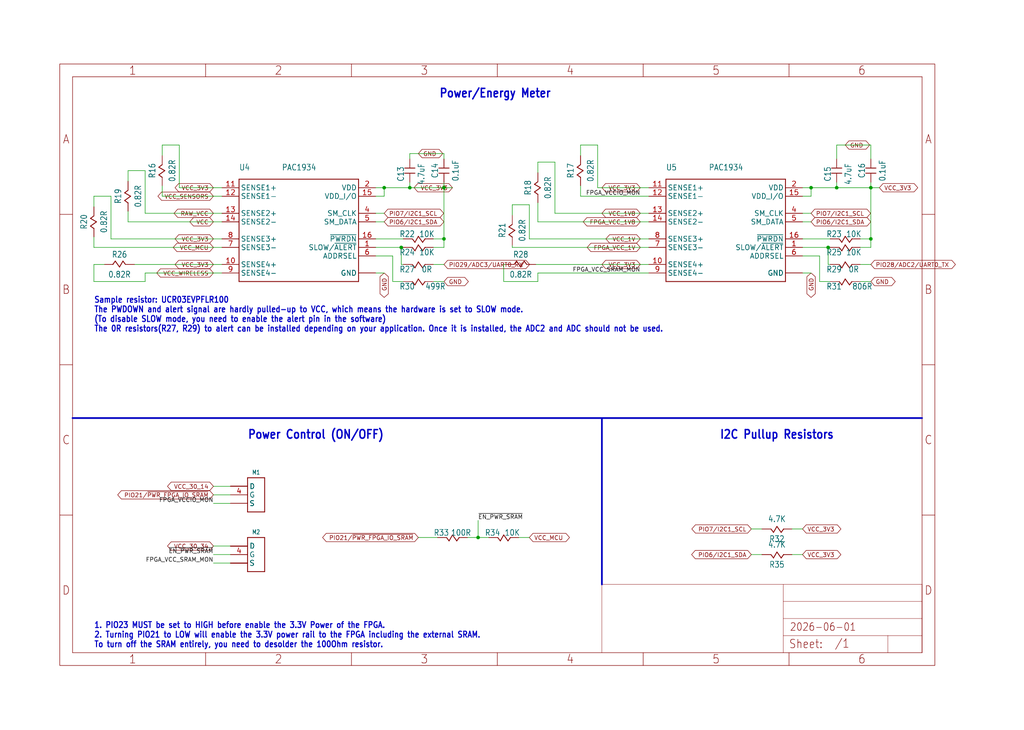
<source format=kicad_sch>
(kicad_sch (version 20250114) (generator "eeschema") (generator_version "9.0")
  (paper "User" 304.648 217.322)
  (lib_symbols
    (symbol "env-eagle-import:A4L-LOC"
      (symbol "A4L-LOC_1_0"
        (polyline (pts (xy 0 179.07) (xy 260.35 179.07) (xy 260.35 0) (xy 0 0) (xy 0 179.07)))
        (polyline (pts (xy 0 134.3025) (xy 3.81 134.3025)))
        (polyline (pts (xy 0 89.535) (xy 3.81 89.535)))
        (polyline (pts (xy 0 44.7675) (xy 3.81 44.7675)))
        (polyline (pts (xy 3.81 175.26) (xy 3.81 3.81)))
        (polyline (pts (xy 43.3917 179.07) (xy 43.3917 175.26)))
        (polyline (pts (xy 43.3917 3.81) (xy 43.3917 0)))
        (polyline (pts (xy 86.7833 179.07) (xy 86.7833 175.26)))
        (polyline (pts (xy 86.7833 3.81) (xy 86.7833 0)))
        (polyline (pts (xy 130.175 179.07) (xy 130.175 175.26)))
        (polyline (pts (xy 130.175 3.81) (xy 130.175 0)))
        (polyline (pts (xy 161.29 24.13) (xy 215.265 24.13)) (stroke (width 0.1016)))
        (polyline (pts (xy 161.29 3.81) (xy 161.29 24.13)) (stroke (width 0.1016)))
        (polyline (pts (xy 173.5667 179.07) (xy 173.5667 175.26)))
        (polyline (pts (xy 173.5667 3.81) (xy 173.5667 0)))
        (polyline (pts (xy 215.265 24.13) (xy 256.54 24.13)) (stroke (width 0.1016)))
        (polyline (pts (xy 215.265 19.05) (xy 215.265 24.13)) (stroke (width 0.1016)))
        (polyline (pts (xy 215.265 19.05) (xy 256.54 19.05)) (stroke (width 0.1016)))
        (polyline (pts (xy 215.265 13.97) (xy 215.265 19.05)) (stroke (width 0.1016)))
        (polyline (pts (xy 215.265 13.97) (xy 256.54 13.97)) (stroke (width 0.1016)))
        (polyline (pts (xy 215.265 8.89) (xy 215.265 13.97)) (stroke (width 0.1016)))
        (polyline (pts (xy 215.265 8.89) (xy 215.265 3.81)) (stroke (width 0.1016)))
        (polyline (pts (xy 216.9583 179.07) (xy 216.9583 175.26)))
        (polyline (pts (xy 216.9583 3.81) (xy 216.9583 0)))
        (polyline (pts (xy 246.38 8.89) (xy 215.265 8.89)) (stroke (width 0.1016)))
        (polyline (pts (xy 246.38 8.89) (xy 256.54 8.89)) (stroke (width 0.1016)))
        (polyline (pts (xy 246.38 3.81) (xy 246.38 8.89)) (stroke (width 0.1016)))
        (polyline (pts (xy 256.54 175.26) (xy 3.81 175.26)))
        (polyline (pts (xy 256.54 175.26) (xy 256.54 3.81)))
        (polyline (pts (xy 256.54 134.3025) (xy 260.35 134.3025)))
        (polyline (pts (xy 256.54 89.535) (xy 260.35 89.535)))
        (polyline (pts (xy 256.54 44.7675) (xy 260.35 44.7675)))
        (polyline (pts (xy 256.54 19.05) (xy 256.54 24.13)) (stroke (width 0.1016)))
        (polyline (pts (xy 256.54 13.97) (xy 256.54 19.05)) (stroke (width 0.1016)))
        (polyline (pts (xy 256.54 8.89) (xy 256.54 13.97)) (stroke (width 0.1016)))
        (polyline (pts (xy 256.54 3.81) (xy 3.81 3.81)))
        (polyline (pts (xy 256.54 3.81) (xy 256.54 8.89)) (stroke (width 0.1016)))
        (text "A" (at 1.905 156.6863 0) (effects (font (size 2.54 2.286))))
        (text "B" (at 1.905 111.9188 0) (effects (font (size 2.54 2.286))))
        (text "C" (at 1.905 67.1513 0) (effects (font (size 2.54 2.286))))
        (text "D" (at 1.905 22.3838 0) (effects (font (size 2.54 2.286))))
        (text "1" (at 21.6958 177.165 0) (effects (font (size 2.54 2.286))))
        (text "1" (at 21.6958 1.905 0) (effects (font (size 2.54 2.286))))
        (text "2" (at 65.0875 177.165 0) (effects (font (size 2.54 2.286))))
        (text "2" (at 65.0875 1.905 0) (effects (font (size 2.54 2.286))))
        (text "3" (at 108.4792 177.165 0) (effects (font (size 2.54 2.286))))
        (text "3" (at 108.4792 1.905 0) (effects (font (size 2.54 2.286))))
        (text "4" (at 151.8708 177.165 0) (effects (font (size 2.54 2.286))))
        (text "4" (at 151.8708 1.905 0) (effects (font (size 2.54 2.286))))
        (text "5" (at 195.2625 177.165 0) (effects (font (size 2.54 2.286))))
        (text "5" (at 195.2625 1.905 0) (effects (font (size 2.54 2.286))))
        (text "Sheet:" (at 216.916 4.953 0) (effects (font (size 2.54 2.159)) (justify left bottom)))
        (text "${PROJECTNAME}" (at 217.17 15.24 0) (effects (font (size 2.54 2.159)) (justify left bottom)))
        (text "${CURRENT_DATE}" (at 217.17 10.16 0) (effects (font (size 2.286 1.9431)) (justify left bottom)))
        (text "${#}/${##}" (at 230.505 5.08 0) (effects (font (size 2.54 2.159)) (justify left bottom)))
        (text "6" (at 238.6542 177.165 0) (effects (font (size 2.54 2.286))))
        (text "6" (at 238.6542 1.905 0) (effects (font (size 2.54 2.286))))
        (text "A" (at 258.445 156.6863 0) (effects (font (size 2.54 2.286))))
        (text "B" (at 258.445 111.9188 0) (effects (font (size 2.54 2.286))))
        (text "C" (at 258.445 67.1513 0) (effects (font (size 2.54 2.286))))
        (text "D" (at 258.445 22.3838 0) (effects (font (size 2.54 2.286))))
      )
    )
    (symbol "env-eagle-import:CAPACITOR0402"
      (property "Reference" "C" (at 0 1.714 0))
      (symbol "CAPACITOR0402_1_0"
        (polyline (pts (xy -0.762 1.524) (xy -0.762 -1.524)) (stroke (width 0.254)))
        (polyline (pts (xy 0.762 -1.524) (xy 0.762 1.524)) (stroke (width 0.254)))
        (pin bidirectional line (at -3.46 0 0) (length 2.54) (name "P$1") (number "1"))
        (pin bidirectional line (at 3.46 0 180) (length 2.54) (name "P$2") (number "2"))
      )
    )
    (symbol "env-eagle-import:CAPACITOR0603"
      (property "Reference" "C" (at 0 1.714 0))
      (symbol "CAPACITOR0603_1_0"
        (polyline (pts (xy -0.762 1.524) (xy -0.762 -1.524)) (stroke (width 0.254)))
        (polyline (pts (xy 0.762 -1.524) (xy 0.762 1.524)) (stroke (width 0.254)))
        (pin bidirectional line (at -3.46 0 0) (length 2.54) (name "P$1") (number "1"))
        (pin bidirectional line (at 3.46 0 180) (length 2.54) (name "P$2") (number "2"))
      )
    )
    (symbol "env-eagle-import:PAC1934"
      (property "Reference" "U" (at -17.78 17.78 0))
      (symbol "PAC1934_1_0"
        (polyline (pts (xy -17.78 15.24) (xy -17.78 -15.24)) (stroke (width 0.254)))
        (polyline (pts (xy -17.78 -15.24) (xy 17.78 -15.24)) (stroke (width 0.254)))
        (polyline (pts (xy 17.78 15.24) (xy -17.78 15.24)) (stroke (width 0.254)))
        (polyline (pts (xy 17.78 -15.24) (xy 17.78 15.24)) (stroke (width 0.254)))
        (pin bidirectional line (at -22.86 12.7 0) (length 5.08) (name "SENSE1+") (number "11"))
        (pin bidirectional line (at -22.86 10.16 0) (length 5.08) (name "SENSE1-") (number "12"))
        (pin bidirectional line (at -22.86 5.08 0) (length 5.08) (name "SENSE2+") (number "13"))
        (pin bidirectional line (at -22.86 2.54 0) (length 5.08) (name "SENSE2-") (number "14"))
        (pin bidirectional line (at -22.86 -2.54 0) (length 5.08) (name "SENSE3+") (number "8"))
        (pin bidirectional line (at -22.86 -5.08 0) (length 5.08) (name "SENSE3-") (number "7"))
        (pin bidirectional line (at -22.86 -10.16 0) (length 5.08) (name "SENSE4+") (number "10"))
        (pin bidirectional line (at -22.86 -12.7 0) (length 5.08) (name "SENSE4-") (number "9"))
        (pin bidirectional line (at 22.86 12.7 180) (length 5.08) (name "VDD") (number "2"))
        (pin bidirectional line (at 22.86 10.16 180) (length 5.08) (name "VDD_I/O") (number "15"))
        (pin bidirectional line (at 22.86 5.08 180) (length 5.08) (name "SM_CLK") (number "4"))
        (pin bidirectional line (at 22.86 2.54 180) (length 5.08) (name "SM_DATA") (number "5"))
        (pin bidirectional line (at 22.86 -2.54 180) (length 5.08) (name "~{PWRDN}") (number "16"))
        (pin bidirectional line (at 22.86 -5.08 180) (length 5.08) (name "SLOW/~{ALERT}") (number "1"))
        (pin bidirectional line (at 22.86 -7.62 180) (length 5.08) (name "ADDRSEL") (number "6"))
        (pin bidirectional line (at 22.86 -12.7 180) (length 5.08) (name "GND") (number "17"))
        (pin bidirectional line (at 22.86 -12.7 180) (length 5.08) (name "GND") (number "3"))
      )
    )
    (symbol "env-eagle-import:RESISTOR0603"
      (property "Reference" "R" (at 0 2 0))
      (symbol "RESISTOR0603_1_0"
        (polyline (pts (xy -2 0) (xy -1.27 1.016)) (stroke (width 0.254)))
        (polyline (pts (xy -1.27 1.016) (xy 0 -0.762)) (stroke (width 0.254)))
        (polyline (pts (xy 0 -0.762) (xy 1.016 1.016)) (stroke (width 0.254)))
        (polyline (pts (xy 1.016 1.016) (xy 1.778 0)) (stroke (width 0.254)))
        (pin bidirectional line (at -4.46 0 0) (length 2.54) (name "1") (number "1"))
        (pin bidirectional line (at 4.46 0 180) (length 2.54) (name "2") (number "2"))
      )
    )
    (symbol "env-eagle-import:RESISTORSMD_0402"
      (property "Reference" "R" (at 0 2 0))
      (symbol "RESISTORSMD_0402_1_0"
        (polyline (pts (xy -2 0) (xy -1.27 1.016)) (stroke (width 0.254)))
        (polyline (pts (xy -1.27 1.016) (xy 0 -0.762)) (stroke (width 0.254)))
        (polyline (pts (xy 0 -0.762) (xy 1.016 1.016)) (stroke (width 0.254)))
        (polyline (pts (xy 1.016 1.016) (xy 1.778 0)) (stroke (width 0.254)))
        (pin bidirectional line (at -4.46 0 0) (length 2.54) (name "1") (number "1"))
        (pin bidirectional line (at 4.46 0 180) (length 2.54) (name "2") (number "2"))
      )
    )
    (symbol "env-eagle-import:SISS23DN"
      (property "Reference" "M" (at 0 6 0))
      (symbol "SISS23DN_1_0"
        (polyline (pts (xy -2.54 5.08) (xy -2.54 -5.08)) (stroke (width 0.254)))
        (polyline (pts (xy -2.54 -5.08) (xy 2.54 -5.08)) (stroke (width 0.254)))
        (polyline (pts (xy 2.54 5.08) (xy -2.54 5.08)) (stroke (width 0.254)))
        (polyline (pts (xy 2.54 -5.08) (xy 2.54 5.08)) (stroke (width 0.254)))
        (pin bidirectional line (at -7.62 2.54 0) (length 5.08) (name "D") (number "5"))
        (pin bidirectional line (at -7.62 2.54 0) (length 5.08) (name "D") (number "6"))
        (pin bidirectional line (at -7.62 2.54 0) (length 5.08) (name "D") (number "7"))
        (pin bidirectional line (at -7.62 2.54 0) (length 5.08) (name "D") (number "8"))
        (pin bidirectional line (at -7.62 0 0) (length 5.08) (name "G") (number "4"))
        (pin bidirectional line (at -7.62 -2.54 0) (length 5.08) (name "S") (number "1"))
        (pin bidirectional line (at -7.62 -2.54 0) (length 5.08) (name "S") (number "2"))
        (pin bidirectional line (at -7.62 -2.54 0) (length 5.08) (name "S") (number "3"))
      )
    )
  )
  (text "I2C Pullup Resistors" (at 231.14 129.54 0) (effects (font (size 2.54 2.159) (thickness 0.4318) (bold yes))))
  (text "Power/Energy Meter" (at 147.32 27.94 0) (effects (font (size 2.54 2.159) (thickness 0.4318) (bold yes))))
  (text "1. PIO23 MUST be set to HIGH before enable the 3.3V Power of the FPGA.\n2. Turning PIO21 to LOW will enable the 3.3V power rail to the FPGA including the external SRAM.\nTo turn off the SRAM entirely, you need to desolder the 100Ohm resistor." (at 27.94 193.04 0) (effects (font (size 1.778 1.5113) (thickness 0.3023) (bold yes)) (justify left bottom)))
  (text "Power Control (ON/OFF)" (at 93.98 129.54 0) (effects (font (size 2.54 2.159) (thickness 0.4318) (bold yes))))
  (text "Sample resistor: UCR03EVPFLR100\nThe PWDOWN and alert signal are hardly pulled-up to VCC, which means the hardware is set to SLOW mode.\n(To disable SLOW mode, you need to enable the alert pin in the software)\nThe 0R resistors(R27, R29) to alert can be installed depending on your application. Once it is installed, the ADC2 and ADC should not be used." (at 27.94 99.06 0) (effects (font (size 1.778 1.5113) (thickness 0.3023) (bold yes)) (justify left bottom)))
  (junction (at 121.92 55.88))
  (junction (at 132.08 55.88))
  (junction (at 259.08 71.12))
  (junction (at 142.24 160.02))
  (junction (at 119.38 73.66))
  (junction (at 241.3 55.88))
  (junction (at 259.08 55.88))
  (junction (at 132.08 71.12))
  (junction (at 248.92 55.88))
  (junction (at 246.38 73.66))
  (junction (at 114.3 55.88))
  (wire (pts (xy 160.02 81.28) (xy 193.04 81.28)) (stroke (width 0.1524)))
  (wire (pts (xy 132.08 73.66) (xy 132.08 71.12)) (stroke (width 0.1524)))
  (wire (pts (xy 27.94 58.42) (xy 33.02 58.42)) (stroke (width 0.1524)))
  (wire (pts (xy 38.1 62.88) (xy 38.1 66.04)) (stroke (width 0.1524)))
  (wire (pts (xy 27.94 83.82) (xy 43.18 83.82)) (stroke (width 0.1524)))
  (wire (pts (xy 132.08 45.72) (xy 132.08 47.34)) (stroke (width 0.1524)))
  (wire (pts (xy 114.3 55.88) (xy 121.92 55.88)) (stroke (width 0.1524)))
  (wire (pts (xy 66.04 58.42) (xy 48.26 58.42)) (stroke (width 0.1524)))
  (wire (pts (xy 119.38 78.74) (xy 119.38 73.66)) (stroke (width 0.1524)))
  (wire (pts (xy 132.08 54.26) (xy 132.08 55.88)) (stroke (width 0.1524)))
  (wire (pts (xy 247 83.82) (xy 243.84 83.82)) (stroke (width 0.1524)))
  (wire (pts (xy 120 71.12) (xy 111.76 71.12)) (stroke (width 0.1524)))
  (wire (pts (xy 111.76 58.42) (xy 114.3 58.42)) (stroke (width 0.1524)))
  (wire (pts (xy 43.18 50.8) (xy 38.1 50.8)) (stroke (width 0.1524)))
  (wire (pts (xy 165.1 48.26) (xy 165.1 63.5)) (stroke (width 0.1524)))
  (wire (pts (xy 66.04 55.88) (xy 53.34 55.88)) (stroke (width 0.1524)))
  (wire (pts (xy 48.26 43.18) (xy 53.34 43.18)) (stroke (width 0.1524)))
  (wire (pts (xy 235.6 165.1) (xy 238.76 165.1)) (stroke (width 0.1524)))
  (wire (pts (xy 172.72 46.34) (xy 172.72 43.18)) (stroke (width 0.1524)))
  (wire (pts (xy 142.24 160.02) (xy 142.24 154.94)) (stroke (width 0.1524)))
  (wire (pts (xy 259.08 71.12) (xy 259.08 55.88)) (stroke (width 0.1524)))
  (wire (pts (xy 111.76 76.2) (xy 116.84 76.2)) (stroke (width 0.1524)))
  (wire (pts (xy 132.08 55.88) (xy 134.62 55.88)) (stroke (width 0.1524)))
  (wire (pts (xy 120 78.74) (xy 119.38 78.74)) (stroke (width 0.1524)))
  (wire (pts (xy 68.58 162.56) (xy 63.5 162.56)) (stroke (width 0.1524)))
  (wire (pts (xy 111.76 63.5) (xy 114.3 63.5)) (stroke (width 0.1524)))
  (wire (pts (xy 160.02 51.42) (xy 160.02 48.26)) (stroke (width 0.1524)))
  (wire (pts (xy 255.92 78.74) (xy 259.08 78.74)) (stroke (width 0.1524)))
  (wire (pts (xy 246.38 73.66) (xy 238.76 73.66)) (stroke (width 0.1524)))
  (wire (pts (xy 31.1 78.74) (xy 27.94 78.74)) (stroke (width 0.1524)))
  (polyline (pts (xy 179.07 173.99) (xy 179.07 124.46)) (stroke (width 0.508) (type solid)))
  (wire (pts (xy 238.76 66.04) (xy 241.3 66.04)) (stroke (width 0.1524)))
  (wire (pts (xy 68.58 144.78) (xy 63.5 144.78)) (stroke (width 0.1524)))
  (wire (pts (xy 116.84 83.82) (xy 120 83.82)) (stroke (width 0.1524)))
  (wire (pts (xy 116.84 76.2) (xy 116.84 83.82)) (stroke (width 0.1524)))
  (wire (pts (xy 157.48 71.12) (xy 193.04 71.12)) (stroke (width 0.1524)))
  (wire (pts (xy 157.48 60.96) (xy 157.48 71.12)) (stroke (width 0.1524)))
  (wire (pts (xy 165.1 63.5) (xy 193.04 63.5)) (stroke (width 0.1524)))
  (wire (pts (xy 43.18 63.5) (xy 43.18 50.8)) (stroke (width 0.1524)))
  (wire (pts (xy 48.26 46.34) (xy 48.26 43.18)) (stroke (width 0.1524)))
  (wire (pts (xy 139.08 160.02) (xy 142.24 160.02)) (stroke (width 0.1524)))
  (wire (pts (xy 128.92 71.12) (xy 132.08 71.12)) (stroke (width 0.1524)))
  (wire (pts (xy 243.84 83.82) (xy 243.84 76.2)) (stroke (width 0.1524)))
  (wire (pts (xy 247 71.12) (xy 238.76 71.12)) (stroke (width 0.1524)))
  (wire (pts (xy 128.92 78.74) (xy 132.08 78.74)) (stroke (width 0.1524)))
  (wire (pts (xy 132.08 71.12) (xy 132.08 55.88)) (stroke (width 0.1524)))
  (wire (pts (xy 33.02 71.12) (xy 66.04 71.12)) (stroke (width 0.1524)))
  (wire (pts (xy 238.76 81.28) (xy 241.3 81.28)) (stroke (width 0.1524)))
  (wire (pts (xy 193.04 73.66) (xy 152.4 73.66)) (stroke (width 0.1524)))
  (wire (pts (xy 159.4 78.74) (xy 193.04 78.74)) (stroke (width 0.1524)))
  (wire (pts (xy 121.92 54.26) (xy 121.92 55.88)) (stroke (width 0.1524)))
  (wire (pts (xy 142.24 160.02) (xy 145.4 160.02)) (stroke (width 0.1524)))
  (wire (pts (xy 259.08 73.66) (xy 259.08 71.12)) (stroke (width 0.1524)))
  (wire (pts (xy 241.3 58.42) (xy 241.3 55.88)) (stroke (width 0.1524)))
  (wire (pts (xy 43.18 81.28) (xy 66.04 81.28)) (stroke (width 0.1524)))
  (wire (pts (xy 172.72 55.26) (xy 172.72 58.42)) (stroke (width 0.1524)))
  (wire (pts (xy 48.26 55.26) (xy 48.26 58.42)) (stroke (width 0.1524)))
  (wire (pts (xy 128.92 83.82) (xy 132.08 83.82)) (stroke (width 0.1524)))
  (wire (pts (xy 259.08 43.18) (xy 259.08 47.34)) (stroke (width 0.1524)))
  (wire (pts (xy 121.92 47.34) (xy 121.92 45.72)) (stroke (width 0.1524)))
  (wire (pts (xy 255.92 71.12) (xy 259.08 71.12)) (stroke (width 0.1524)))
  (wire (pts (xy 66.04 66.04) (xy 38.1 66.04)) (stroke (width 0.1524)))
  (wire (pts (xy 111.76 66.04) (xy 114.3 66.04)) (stroke (width 0.1524)))
  (wire (pts (xy 68.58 167.64) (xy 63.5 167.64)) (stroke (width 0.1524)))
  (wire (pts (xy 246.38 78.74) (xy 246.38 73.66)) (stroke (width 0.1524)))
  (wire (pts (xy 172.72 43.18) (xy 177.8 43.18)) (stroke (width 0.1524)))
  (wire (pts (xy 177.8 43.18) (xy 177.8 55.88)) (stroke (width 0.1524)))
  (wire (pts (xy 38.1 53.96) (xy 38.1 50.8)) (stroke (width 0.1524)))
  (wire (pts (xy 43.18 83.82) (xy 43.18 81.28)) (stroke (width 0.1524)))
  (wire (pts (xy 152.4 73.04) (xy 152.4 73.66)) (stroke (width 0.1524)))
  (wire (pts (xy 160.02 48.26) (xy 165.1 48.26)) (stroke (width 0.1524)))
  (wire (pts (xy 259.08 55.88) (xy 261.62 55.88)) (stroke (width 0.1524)))
  (polyline (pts (xy 179.07 124.46) (xy 274.32 124.46)) (stroke (width 0.508) (type solid)))
  (wire (pts (xy 68.58 147.32) (xy 63.5 147.32)) (stroke (width 0.1524)))
  (wire (pts (xy 114.3 58.42) (xy 114.3 55.88)) (stroke (width 0.1524)))
  (wire (pts (xy 172.72 58.42) (xy 193.04 58.42)) (stroke (width 0.1524)))
  (wire (pts (xy 68.58 165.1) (xy 63.5 165.1)) (stroke (width 0.1524)))
  (wire (pts (xy 111.76 73.66) (xy 119.38 73.66)) (stroke (width 0.1524)))
  (wire (pts (xy 248.92 47.34) (xy 248.92 43.18)) (stroke (width 0.1524)))
  (wire (pts (xy 154.32 160.02) (xy 157.48 160.02)) (stroke (width 0.1524)))
  (wire (pts (xy 66.04 78.74) (xy 40.02 78.74)) (stroke (width 0.1524)))
  (wire (pts (xy 111.76 81.28) (xy 114.3 81.28)) (stroke (width 0.1524)))
  (wire (pts (xy 255.92 73.66) (xy 259.08 73.66)) (stroke (width 0.1524)))
  (wire (pts (xy 130.16 160.02) (xy 124.46 160.02)) (stroke (width 0.1524)))
  (wire (pts (xy 66.04 63.5) (xy 43.18 63.5)) (stroke (width 0.1524)))
  (wire (pts (xy 247 78.74) (xy 246.38 78.74)) (stroke (width 0.1524)))
  (wire (pts (xy 27.94 70.5) (xy 27.94 73.66)) (stroke (width 0.1524)))
  (wire (pts (xy 66.04 73.66) (xy 27.94 73.66)) (stroke (width 0.1524)))
  (wire (pts (xy 226.68 157.48) (xy 223.52 157.48)) (stroke (width 0.1524)))
  (wire (pts (xy 53.34 43.18) (xy 53.34 55.88)) (stroke (width 0.1524)))
  (wire (pts (xy 150.48 78.74) (xy 149.86 78.74)) (stroke (width 0.1524)))
  (wire (pts (xy 111.76 55.88) (xy 114.3 55.88)) (stroke (width 0.1524)))
  (wire (pts (xy 248.92 43.18) (xy 259.08 43.18)) (stroke (width 0.1524)))
  (wire (pts (xy 128.92 73.66) (xy 132.08 73.66)) (stroke (width 0.1524)))
  (wire (pts (xy 121.92 55.88) (xy 132.08 55.88)) (stroke (width 0.1524)))
  (wire (pts (xy 152.4 60.96) (xy 157.48 60.96)) (stroke (width 0.1524)))
  (wire (pts (xy 177.8 55.88) (xy 193.04 55.88)) (stroke (width 0.1524)))
  (wire (pts (xy 255.92 83.82) (xy 259.08 83.82)) (stroke (width 0.1524)))
  (wire (pts (xy 238.76 55.88) (xy 241.3 55.88)) (stroke (width 0.1524)))
  (wire (pts (xy 238.76 63.5) (xy 241.3 63.5)) (stroke (width 0.1524)))
  (wire (pts (xy 193.04 66.04) (xy 160.02 66.04)) (stroke (width 0.1524)))
  (wire (pts (xy 243.84 76.2) (xy 238.76 76.2)) (stroke (width 0.1524)))
  (wire (pts (xy 121.92 45.72) (xy 132.08 45.72)) (stroke (width 0.1524)))
  (wire (pts (xy 246.38 73.66) (xy 247 73.66)) (stroke (width 0.1524)))
  (wire (pts (xy 119.38 73.66) (xy 120 73.66)) (stroke (width 0.1524)))
  (wire (pts (xy 259.08 55.88) (xy 259.08 54.26)) (stroke (width 0.1524)))
  (wire (pts (xy 248.92 54.26) (xy 248.92 55.88)) (stroke (width 0.1524)))
  (wire (pts (xy 235.6 157.48) (xy 238.76 157.48)) (stroke (width 0.1524)))
  (polyline (pts (xy 21.59 124.46) (xy 179.07 124.46)) (stroke (width 0.508) (type solid)))
  (wire (pts (xy 226.68 165.1) (xy 223.52 165.1)) (stroke (width 0.1524)))
  (wire (pts (xy 160.02 83.82) (xy 160.02 81.28)) (stroke (width 0.1524)))
  (wire (pts (xy 33.02 58.42) (xy 33.02 71.12)) (stroke (width 0.1524)))
  (wire (pts (xy 160.02 60.34) (xy 160.02 66.04)) (stroke (width 0.1524)))
  (wire (pts (xy 27.94 78.74) (xy 27.94 83.82)) (stroke (width 0.1524)))
  (wire (pts (xy 68.58 149.86) (xy 63.5 149.86)) (stroke (width 0.1524)))
  (wire (pts (xy 248.92 55.88) (xy 259.08 55.88)) (stroke (width 0.1524)))
  (wire (pts (xy 27.94 61.58) (xy 27.94 58.42)) (stroke (width 0.1524)))
  (wire (pts (xy 241.3 55.88) (xy 248.92 55.88)) (stroke (width 0.1524)))
  (wire (pts (xy 149.86 83.82) (xy 160.02 83.82)) (stroke (width 0.1524)))
  (wire (pts (xy 238.76 58.42) (xy 241.3 58.42)) (stroke (width 0.1524)))
  (wire (pts (xy 152.4 64.12) (xy 152.4 60.96)) (stroke (width 0.1524)))
  (wire (pts (xy 149.86 78.74) (xy 149.86 83.82)) (stroke (width 0.1524)))
  (label "FPGA_VCC_SRAM_MON" (at 63.5 167.64 180) (effects (font (size 1.2446 1.2446))))
  (label "FPGA_VCC_SRAM_MON" (at 190.5 81.28 180) (effects (font (size 1.2446 1.2446))))
  (label "~{EN_PWR_SRAM}" (at 142.24 154.94 0) (effects (font (size 1.2446 1.2446))))
  (label "~{EN_PWR_SRAM}" (at 63.5 165.1 180) (effects (font (size 1.2446 1.2446))))
  (label "FPGA_VCCIO_MON" (at 63.5 149.86 180) (effects (font (size 1.2446 1.2446))))
  (label "FPGA_VCCIO_MON" (at 190.5 58.42 180) (effects (font (size 1.2446 1.2446))))
  (global_label "PIO7/I2C1_SCL" (shape bidirectional) (at 114.3 63.5 0) (effects (font (size 1.2446 1.2446))) (property "Intersheetrefs" "${INTERSHEET_REFS}" (effects (hide yes))))
  (global_label "PIO29/ADC3/UART0_RX" (shape bidirectional) (at 132.08 78.74 0) (effects (font (size 1.2446 1.2446))) (property "Intersheetrefs" "${INTERSHEET_REFS}" (effects (hide yes))))
  (global_label "VCC_3V3" (shape bidirectional) (at 238.76 165.1 0) (effects (font (size 1.2446 1.2446))) (property "Intersheetrefs" "${INTERSHEET_REFS}" (effects (hide yes))))
  (global_label "VCC_3V3" (shape bidirectional) (at 261.62 55.88 0) (effects (font (size 1.2446 1.2446))) (property "Intersheetrefs" "${INTERSHEET_REFS}" (effects (hide yes))))
  (global_label "PIO7/I2C1_SCL" (shape bidirectional) (at 223.52 157.48 180) (effects (font (size 1.2446 1.2446))) (property "Intersheetrefs" "${INTERSHEET_REFS}" (effects (hide yes))))
  (global_label "PIO6/I2C1_SDA" (shape bidirectional) (at 223.52 165.1 180) (effects (font (size 1.2446 1.2446))) (property "Intersheetrefs" "${INTERSHEET_REFS}" (effects (hide yes))))
  (global_label "RAW_VCC" (shape bidirectional) (at 63.5 63.5 180) (effects (font (size 1.2446 1.2446))) (property "Intersheetrefs" "${INTERSHEET_REFS}" (effects (hide yes))))
  (global_label "GND" (shape bidirectional) (at 132.08 83.82 0) (effects (font (size 1.2446 1.2446))) (property "Intersheetrefs" "${INTERSHEET_REFS}" (effects (hide yes))))
  (global_label "PIO7/I2C1_SCL" (shape bidirectional) (at 241.3 63.5 0) (effects (font (size 1.2446 1.2446))) (property "Intersheetrefs" "${INTERSHEET_REFS}" (effects (hide yes))))
  (global_label "PIO6/I2C1_SDA" (shape bidirectional) (at 241.3 66.04 0) (effects (font (size 1.2446 1.2446))) (property "Intersheetrefs" "${INTERSHEET_REFS}" (effects (hide yes))))
  (global_label "GND" (shape bidirectional) (at 124.46 45.72 0) (effects (font (size 1.2446 1.2446))) (property "Intersheetrefs" "${INTERSHEET_REFS}" (effects (hide yes))))
  (global_label "VCC_3V3" (shape bidirectional) (at 63.5 55.88 180) (effects (font (size 1.2446 1.2446))) (property "Intersheetrefs" "${INTERSHEET_REFS}" (effects (hide yes))))
  (global_label "VCC_1V8" (shape bidirectional) (at 190.5 63.5 180) (effects (font (size 1.2446 1.2446))) (property "Intersheetrefs" "${INTERSHEET_REFS}" (effects (hide yes))))
  (global_label "GND" (shape bidirectional) (at 259.08 83.82 0) (effects (font (size 1.2446 1.2446))) (property "Intersheetrefs" "${INTERSHEET_REFS}" (effects (hide yes))))
  (global_label "VCC_3V3" (shape bidirectional) (at 134.62 55.88 180) (effects (font (size 1.2446 1.2446))) (property "Intersheetrefs" "${INTERSHEET_REFS}" (effects (hide yes))))
  (global_label "FPGA_VCC_1V8" (shape bidirectional) (at 190.5 66.04 180) (effects (font (size 1.2446 1.2446))) (property "Intersheetrefs" "${INTERSHEET_REFS}" (effects (hide yes))))
  (global_label "VCC_3V3" (shape bidirectional) (at 190.5 55.88 180) (effects (font (size 1.2446 1.2446))) (property "Intersheetrefs" "${INTERSHEET_REFS}" (effects (hide yes))))
  (global_label "VCC_MCU" (shape bidirectional) (at 63.5 73.66 180) (effects (font (size 1.2446 1.2446))) (property "Intersheetrefs" "${INTERSHEET_REFS}" (effects (hide yes))))
  (global_label "VCC_MCU" (shape bidirectional) (at 157.48 160.02 0) (effects (font (size 1.2446 1.2446))) (property "Intersheetrefs" "${INTERSHEET_REFS}" (effects (hide yes))))
  (global_label "PIO21/~{PWR_FPGA_IO_SRAM}" (shape bidirectional) (at 63.5 147.32 180) (effects (font (size 1.2446 1.2446))) (property "Intersheetrefs" "${INTERSHEET_REFS}" (effects (hide yes))))
  (global_label "PIO21/~{PWR_FPGA_IO_SRAM}" (shape bidirectional) (at 124.46 160.02 180) (effects (font (size 1.2446 1.2446))) (property "Intersheetrefs" "${INTERSHEET_REFS}" (effects (hide yes))))
  (global_label "VCC_30_34" (shape bidirectional) (at 63.5 162.56 180) (effects (font (size 1.2446 1.2446))) (property "Intersheetrefs" "${INTERSHEET_REFS}" (effects (hide yes))))
  (global_label "FPGA_VCC_1V" (shape bidirectional) (at 190.5 73.66 180) (effects (font (size 1.2446 1.2446))) (property "Intersheetrefs" "${INTERSHEET_REFS}" (effects (hide yes))))
  (global_label "GND" (shape bidirectional) (at 251.46 43.18 0) (effects (font (size 1.2446 1.2446))) (property "Intersheetrefs" "${INTERSHEET_REFS}" (effects (hide yes))))
  (global_label "GND" (shape bidirectional) (at 114.3 81.28 270) (effects (font (size 1.2446 1.2446))) (property "Intersheetrefs" "${INTERSHEET_REFS}" (effects (hide yes))))
  (global_label "VCC_3V3" (shape bidirectional) (at 63.5 71.12 180) (effects (font (size 1.2446 1.2446))) (property "Intersheetrefs" "${INTERSHEET_REFS}" (effects (hide yes))))
  (global_label "GND" (shape bidirectional) (at 241.3 81.28 270) (effects (font (size 1.2446 1.2446))) (property "Intersheetrefs" "${INTERSHEET_REFS}" (effects (hide yes))))
  (global_label "VCC_WIRELESS" (shape bidirectional) (at 63.5 81.28 180) (effects (font (size 1.2446 1.2446))) (property "Intersheetrefs" "${INTERSHEET_REFS}" (effects (hide yes))))
  (global_label "PIO6/I2C1_SDA" (shape bidirectional) (at 114.3 66.04 0) (effects (font (size 1.2446 1.2446))) (property "Intersheetrefs" "${INTERSHEET_REFS}" (effects (hide yes))))
  (global_label "VCC_1V" (shape bidirectional) (at 190.5 71.12 180) (effects (font (size 1.2446 1.2446))) (property "Intersheetrefs" "${INTERSHEET_REFS}" (effects (hide yes))))
  (global_label "PIO28/ADC2/UART0_TX" (shape bidirectional) (at 259.08 78.74 0) (effects (font (size 1.2446 1.2446))) (property "Intersheetrefs" "${INTERSHEET_REFS}" (effects (hide yes))))
  (global_label "VCC_30_14" (shape bidirectional) (at 63.5 144.78 180) (effects (font (size 1.2446 1.2446))) (property "Intersheetrefs" "${INTERSHEET_REFS}" (effects (hide yes))))
  (global_label "VCC_3V3" (shape bidirectional) (at 238.76 157.48 0) (effects (font (size 1.2446 1.2446))) (property "Intersheetrefs" "${INTERSHEET_REFS}" (effects (hide yes))))
  (global_label "VCC" (shape bidirectional) (at 63.5 66.04 180) (effects (font (size 1.2446 1.2446))) (property "Intersheetrefs" "${INTERSHEET_REFS}" (effects (hide yes))))
  (global_label "VCC_3V3" (shape bidirectional) (at 190.5 78.74 180) (effects (font (size 1.2446 1.2446))) (property "Intersheetrefs" "${INTERSHEET_REFS}" (effects (hide yes))))
  (global_label "VCC_3V3" (shape bidirectional) (at 63.5 78.74 180) (effects (font (size 1.2446 1.2446))) (property "Intersheetrefs" "${INTERSHEET_REFS}" (effects (hide yes))))
  (global_label "VCC_SENSORS" (shape bidirectional) (at 63.5 58.42 180) (effects (font (size 1.2446 1.2446))) (property "Intersheetrefs" "${INTERSHEET_REFS}" (effects (hide yes))))
  (symbol (lib_id "env-eagle-import:RESISTORSMD_0402") (at 251.46 83.82 180) (unit 1)
    (property "Reference" "R31" (at 248.158 84.296 0) (effects (font (size 1.778 1.5113)) (justify bottom)))
    (property "Value" "806R" (at 256.54 84.296 0) (effects (font (size 1.778 1.5113)) (justify bottom)))
    (property "Footprint" "env:0402" (effects (hide yes)))
    (property "OC_NEWARK" "unknown" (effects (hide yes)))
  )
  (symbol (lib_id "env-eagle-import:RESISTOR0603") (at 27.94 66.04 90) (unit 1)
    (property "Reference" "R20" (at 25.94 66.04 0) (effects (font (size 1.778 1.5113)) (justify bottom)))
    (property "Value" "0.82R" (at 29.94 66.04 0) (effects (font (size 1.778 1.5113)) (justify top)))
    (property "Footprint" "env:0603" (effects (hide yes)))
    (property "OC_NEWARK" "unknown" (effects (hide yes)))
  )
  (symbol (lib_id "env-eagle-import:RESISTORSMD_0402") (at 231.14 165.1 180) (unit 1)
    (property "Reference" "R35" (at 231.14 167.1 0) (effects (font (size 1.778 1.5113)) (justify bottom)))
    (property "Value" "4.7K" (at 231.14 163.1 0) (effects (font (size 1.778 1.5113)) (justify top)))
    (property "Footprint" "env:0402" (effects (hide yes)))
    (property "OC_NEWARK" "unknown" (effects (hide yes)))
  )
  (symbol (lib_id "env-eagle-import:RESISTORSMD_0402") (at 251.46 71.12 180) (unit 1)
    (property "Reference" "R23" (at 248.158 70.644 0) (effects (font (size 1.778 1.5113)) (justify top)))
    (property "Value" "10K" (at 254 70.644 0) (effects (font (size 1.778 1.5113)) (justify top)))
    (property "Footprint" "env:0402" (effects (hide yes)))
    (property "OC_NEWARK" "unknown" (effects (hide yes)))
  )
  (symbol (lib_id "env-eagle-import:RESISTOR0603") (at 154.94 78.74 0) (unit 1)
    (property "Reference" "R28" (at 154.94 76.74 0) (effects (font (size 1.778 1.5113)) (justify bottom)))
    (property "Value" "0.82R" (at 154.94 80.74 0) (effects (font (size 1.778 1.5113)) (justify top)))
    (property "Footprint" "env:0603" (effects (hide yes)))
    (property "OC_NEWARK" "unknown" (effects (hide yes)))
  )
  (symbol (lib_id "env-eagle-import:A4L-LOC") (at 17.78 198.12 0) (unit 1)
    (property "Reference" "#FRAME3" (effects (hide yes)))
    (property "Value" "Power Monitor" (effects (hide yes)))
  )
  (symbol (lib_id "env-eagle-import:RESISTOR0603") (at 152.4 68.58 90) (unit 1)
    (property "Reference" "R21" (at 150.4 68.58 0) (effects (font (size 1.778 1.5113)) (justify bottom)))
    (property "Value" "0.82R" (at 154.4 68.58 0) (effects (font (size 1.778 1.5113)) (justify top)))
    (property "Footprint" "env:0603" (effects (hide yes)))
    (property "OC_NEWARK" "unknown" (effects (hide yes)))
  )
  (symbol (lib_id "env-eagle-import:CAPACITOR0603") (at 248.92 50.8 90) (unit 1)
    (property "Reference" "C15" (at 247.206 51.816 0) (effects (font (size 1.778 1.5113)) (justify bottom)))
    (property "Value" "4.7uF" (at 251.396 51.816 0) (effects (font (size 1.778 1.5113)) (justify top)))
    (property "Footprint" "env:CAPC1608-0603" (effects (hide yes)))
    (property "OC_NEWARK" "unknown" (effects (hide yes)))
  )
  (symbol (lib_id "env-eagle-import:RESISTORSMD_0402") (at 149.86 160.02 180) (unit 1)
    (property "Reference" "R34" (at 146.558 159.544 0) (effects (font (size 1.778 1.5113)) (justify top)))
    (property "Value" "10K" (at 152.4 159.544 0) (effects (font (size 1.778 1.5113)) (justify top)))
    (property "Footprint" "env:0402" (effects (hide yes)))
    (property "OC_NEWARK" "unknown" (effects (hide yes)))
  )
  (symbol (lib_id "env-eagle-import:CAPACITOR0402") (at 132.08 50.8 90) (unit 1)
    (property "Reference" "C14" (at 130.366 50.8 0) (effects (font (size 1.778 1.5113)) (justify bottom)))
    (property "Value" "0.1uF" (at 134.556 50.8 0) (effects (font (size 1.778 1.5113)) (justify top)))
    (property "Footprint" "env:0402" (effects (hide yes)))
    (property "OC_NEWARK" "unknown" (effects (hide yes)))
  )
  (symbol (lib_id "env-eagle-import:CAPACITOR0603") (at 121.92 50.8 90) (unit 1)
    (property "Reference" "C13" (at 120.206 51.816 0) (effects (font (size 1.778 1.5113)) (justify bottom)))
    (property "Value" "4.7uF" (at 124.396 51.816 0) (effects (font (size 1.778 1.5113)) (justify top)))
    (property "Footprint" "env:CAPC1608-0603" (effects (hide yes)))
    (property "OC_NEWARK" "unknown" (effects (hide yes)))
  )
  (symbol (lib_id "env-eagle-import:RESISTORSMD_0402") (at 251.46 78.74 180) (unit 1)
    (property "Reference" "R29" (at 248.158 79.216 0) (effects (font (size 1.778 1.5113)) (justify bottom)))
    (property "Value" "0R" (at 254 79.216 0) (effects (font (size 1.778 1.5113)) (justify bottom)))
    (property "Footprint" "env:0402" (effects (hide yes)))
    (property "OC_NEWARK" "unknown" (effects (hide yes)))
  )
  (symbol (lib_id "env-eagle-import:RESISTORSMD_0402") (at 134.62 160.02 180) (unit 1)
    (property "Reference" "R33" (at 131.318 159.544 0) (effects (font (size 1.778 1.5113)) (justify top)))
    (property "Value" "100R" (at 137.16 159.544 0) (effects (font (size 1.778 1.5113)) (justify top)))
    (property "Footprint" "env:0402" (effects (hide yes)))
    (property "OC_NEWARK" "unknown" (effects (hide yes)))
  )
  (symbol (lib_id "env-eagle-import:RESISTORSMD_0402") (at 251.46 73.66 180) (unit 1)
    (property "Reference" "R25" (at 248.158 74.136 0) (effects (font (size 1.778 1.5113)) (justify bottom)))
    (property "Value" "10K" (at 254 74.136 0) (effects (font (size 1.778 1.5113)) (justify bottom)))
    (property "Footprint" "env:0402" (effects (hide yes)))
    (property "OC_NEWARK" "unknown" (effects (hide yes)))
  )
  (symbol (lib_id "env-eagle-import:RESISTORSMD_0402") (at 124.46 78.74 180) (unit 1)
    (property "Reference" "R27" (at 121.158 79.216 0) (effects (font (size 1.778 1.5113)) (justify bottom)))
    (property "Value" "0R" (at 127 79.216 0) (effects (font (size 1.778 1.5113)) (justify bottom)))
    (property "Footprint" "env:0402" (effects (hide yes)))
    (property "OC_NEWARK" "unknown" (effects (hide yes)))
  )
  (symbol (lib_id "env-eagle-import:PAC1934") (at 88.9 68.58 0) (unit 1)
    (property "Reference" "U4" (at 71.12 50.8 0) (effects (font (size 1.778 1.5113)) (justify left bottom)))
    (property "Value" "PAC1934" (at 83.82 50.8 0) (effects (font (size 1.778 1.5113)) (justify left bottom)))
    (property "Footprint" "env:UQFN-16(4×4×0.5MM)" (effects (hide yes)))
    (property "OC_NEWARK" "unknown" (effects (hide yes)))
  )
  (symbol (lib_id "env-eagle-import:SISS23DN") (at 76.2 165.1 0) (unit 1)
    (property "Reference" "M2" (at 76.2 159.1 0) (effects (font (size 1.27 1.0795)) (justify bottom)))
    (property "Value" "SISS23DN" (effects (hide yes)))
    (property "Footprint" "env:POWERPAK1212-8" (effects (hide yes)))
    (property "OC_NEWARK" "unknown" (effects (hide yes)))
  )
  (symbol (lib_id "env-eagle-import:RESISTOR0603") (at 38.1 58.42 90) (unit 1)
    (property "Reference" "R19" (at 36.1 58.42 0) (effects (font (size 1.778 1.5113)) (justify bottom)))
    (property "Value" "0.82R" (at 40.1 58.42 0) (effects (font (size 1.778 1.5113)) (justify top)))
    (property "Footprint" "env:0603" (effects (hide yes)))
    (property "OC_NEWARK" "unknown" (effects (hide yes)))
  )
  (symbol (lib_id "env-eagle-import:SISS23DN") (at 76.2 147.32 0) (unit 1)
    (property "Reference" "M1" (at 76.2 141.32 0) (effects (font (size 1.27 1.0795)) (justify bottom)))
    (property "Value" "SISS23DN" (effects (hide yes)))
    (property "Footprint" "env:POWERPAK1212-8" (effects (hide yes)))
    (property "OC_NEWARK" "unknown" (effects (hide yes)))
  )
  (symbol (lib_id "env-eagle-import:RESISTORSMD_0402") (at 231.14 157.48 180) (unit 1)
    (property "Reference" "R32" (at 231.14 159.48 0) (effects (font (size 1.778 1.5113)) (justify bottom)))
    (property "Value" "4.7K" (at 231.14 155.48 0) (effects (font (size 1.778 1.5113)) (justify top)))
    (property "Footprint" "env:0402" (effects (hide yes)))
    (property "OC_NEWARK" "unknown" (effects (hide yes)))
  )
  (symbol (lib_id "env-eagle-import:CAPACITOR0402") (at 259.08 50.8 90) (unit 1)
    (property "Reference" "C16" (at 257.366 50.8 0) (effects (font (size 1.778 1.5113)) (justify bottom)))
    (property "Value" "0.1uF" (at 261.556 50.8 0) (effects (font (size 1.778 1.5113)) (justify top)))
    (property "Footprint" "env:0402" (effects (hide yes)))
    (property "OC_NEWARK" "unknown" (effects (hide yes)))
  )
  (symbol (lib_id "env-eagle-import:RESISTOR0603") (at 48.26 50.8 90) (unit 1)
    (property "Reference" "R16" (at 46.26 50.8 0) (effects (font (size 1.778 1.5113)) (justify bottom)))
    (property "Value" "0.82R" (at 50.26 50.8 0) (effects (font (size 1.778 1.5113)) (justify top)))
    (property "Footprint" "env:0603" (effects (hide yes)))
    (property "OC_NEWARK" "unknown" (effects (hide yes)))
  )
  (symbol (lib_id "env-eagle-import:RESISTORSMD_0402") (at 124.46 73.66 180) (unit 1)
    (property "Reference" "R24" (at 121.158 74.136 0) (effects (font (size 1.778 1.5113)) (justify bottom)))
    (property "Value" "10K" (at 127 74.136 0) (effects (font (size 1.778 1.5113)) (justify bottom)))
    (property "Footprint" "env:0402" (effects (hide yes)))
    (property "OC_NEWARK" "unknown" (effects (hide yes)))
  )
  (symbol (lib_id "env-eagle-import:RESISTOR0603") (at 172.72 50.8 90) (unit 1)
    (property "Reference" "R17" (at 170.72 50.8 0) (effects (font (size 1.778 1.5113)) (justify bottom)))
    (property "Value" "0.82R" (at 174.72 50.8 0) (effects (font (size 1.778 1.5113)) (justify top)))
    (property "Footprint" "env:0603" (effects (hide yes)))
    (property "OC_NEWARK" "unknown" (effects (hide yes)))
  )
  (symbol (lib_id "env-eagle-import:RESISTORSMD_0402") (at 124.46 83.82 180) (unit 1)
    (property "Reference" "R30" (at 121.158 84.296 0) (effects (font (size 1.778 1.5113)) (justify bottom)))
    (property "Value" "499R" (at 129.54 84.296 0) (effects (font (size 1.778 1.5113)) (justify bottom)))
    (property "Footprint" "env:0402" (effects (hide yes)))
    (property "OC_NEWARK" "unknown" (effects (hide yes)))
  )
  (symbol (lib_id "env-eagle-import:RESISTOR0603") (at 35.56 78.74 0) (unit 1)
    (property "Reference" "R26" (at 35.56 76.74 0) (effects (font (size 1.778 1.5113)) (justify bottom)))
    (property "Value" "0.82R" (at 35.56 80.74 0) (effects (font (size 1.778 1.5113)) (justify top)))
    (property "Footprint" "env:0603" (effects (hide yes)))
    (property "OC_NEWARK" "unknown" (effects (hide yes)))
  )
  (symbol (lib_id "env-eagle-import:RESISTORSMD_0402") (at 124.46 71.12 180) (unit 1)
    (property "Reference" "R22" (at 121.158 70.644 0) (effects (font (size 1.778 1.5113)) (justify top)))
    (property "Value" "10K" (at 127 70.644 0) (effects (font (size 1.778 1.5113)) (justify top)))
    (property "Footprint" "env:0402" (effects (hide yes)))
    (property "OC_NEWARK" "unknown" (effects (hide yes)))
  )
  (symbol (lib_id "env-eagle-import:PAC1934") (at 215.9 68.58 0) (unit 1)
    (property "Reference" "U5" (at 198.12 50.8 0) (effects (font (size 1.778 1.5113)) (justify left bottom)))
    (property "Value" "PAC1934" (at 210.82 50.8 0) (effects (font (size 1.778 1.5113)) (justify left bottom)))
    (property "Footprint" "env:UQFN-16(4×4×0.5MM)" (effects (hide yes)))
    (property "OC_NEWARK" "unknown" (effects (hide yes)))
  )
  (symbol (lib_id "env-eagle-import:RESISTOR0603") (at 160.02 55.88 90) (unit 1)
    (property "Reference" "R18" (at 158.02 55.88 0) (effects (font (size 1.778 1.5113)) (justify bottom)))
    (property "Value" "0.82R" (at 162.02 55.88 0) (effects (font (size 1.778 1.5113)) (justify top)))
    (property "Footprint" "env:0603" (effects (hide yes)))
    (property "OC_NEWARK" "unknown" (effects (hide yes)))
  )
)
</source>
